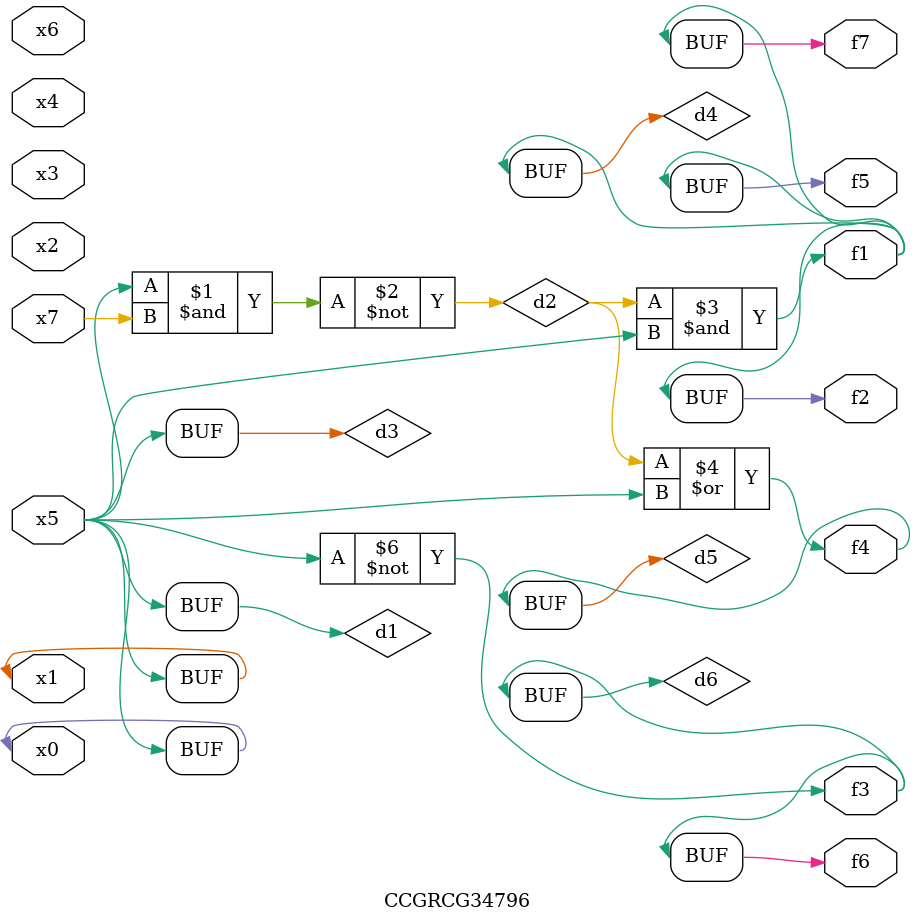
<source format=v>
module CCGRCG34796(
	input x0, x1, x2, x3, x4, x5, x6, x7,
	output f1, f2, f3, f4, f5, f6, f7
);

	wire d1, d2, d3, d4, d5, d6;

	buf (d1, x0, x5);
	nand (d2, x5, x7);
	buf (d3, x0, x1);
	and (d4, d2, d3);
	or (d5, d2, d3);
	nor (d6, d1, d3);
	assign f1 = d4;
	assign f2 = d4;
	assign f3 = d6;
	assign f4 = d5;
	assign f5 = d4;
	assign f6 = d6;
	assign f7 = d4;
endmodule

</source>
